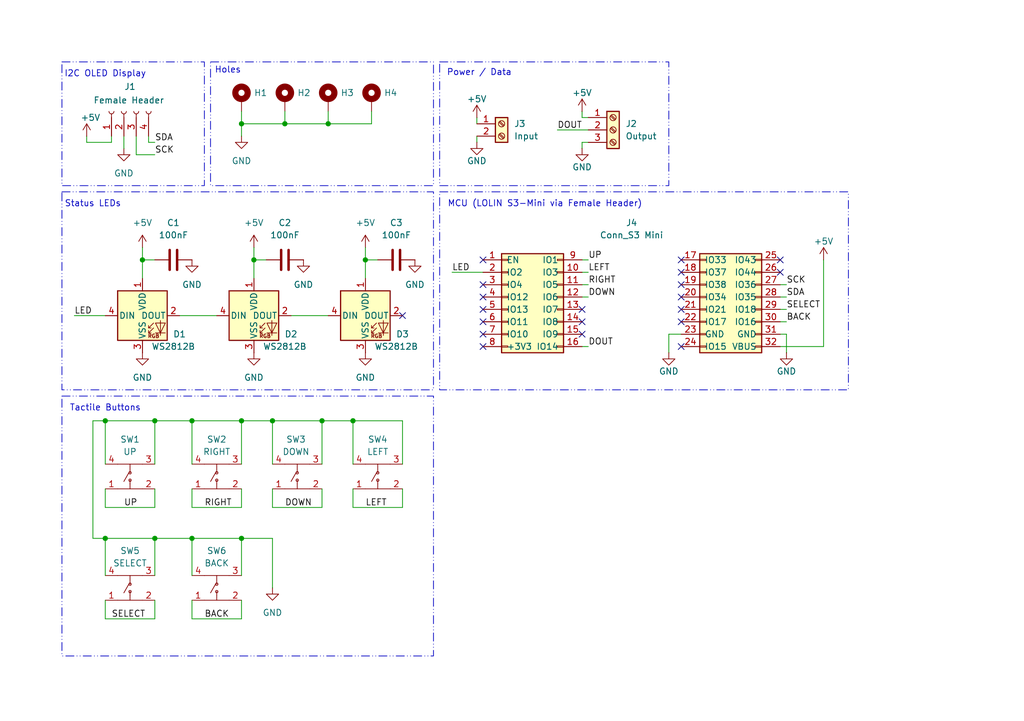
<source format=kicad_sch>
(kicad_sch (version 20250114) (generator "eeschema") (generator_version "9.0")
  (paper "A5")
  (title_block (title "System Control") (date "31.12.2025") (rev "MK2.1") (company "Peter Siegmund") (comment 1 "kicad@mars3142.org") (comment 2 "https://wiki.mars3142.dev/project/maerklin/system_control/start"))
  (lib_symbols
    (symbol "Connector:Conn_01x04_Socket" (pin_names (offset 1.016) (hide yes))
      (property "Reference" "J" (at 0 5.08 0))
      (property "Value" "Conn_01x04_Socket" (at 0 -7.62 0))
      (symbol "Conn_01x04_Socket_1_1"
        (polyline (pts (xy -1.27 2.54) (xy -0.508 2.54)) (stroke (width 0.1524)))
        (polyline (pts (xy -1.27 0) (xy -0.508 0)) (stroke (width 0.1524)))
        (polyline (pts (xy -1.27 -2.54) (xy -0.508 -2.54)) (stroke (width 0.1524)))
        (polyline (pts (xy -1.27 -5.08) (xy -0.508 -5.08)) (stroke (width 0.1524)))
        (arc (start 0 2.032) (mid -0.5058 2.54) (end 0 3.048) (stroke (width 0.1524)))
        (arc (start 0 -0.508) (mid -0.5058 0) (end 0 0.508) (stroke (width 0.1524)))
        (arc (start 0 -3.048) (mid -0.5058 -2.54) (end 0 -2.032) (stroke (width 0.1524)))
        (arc (start 0 -5.588) (mid -0.5058 -5.08) (end 0 -4.572) (stroke (width 0.1524)))
        (pin passive line (at -5.08 2.54 0) (length 3.81) (name "Pin_1") (number "1"))
        (pin passive line (at -5.08 0 0) (length 3.81) (name "Pin_2") (number "2"))
        (pin passive line (at -5.08 -2.54 0) (length 3.81) (name "Pin_3") (number "3"))
        (pin passive line (at -5.08 -5.08 0) (length 3.81) (name "Pin_4") (number "4"))
      )
    )
    (symbol "Connector:Screw_Terminal_01x02" (pin_names (offset 1.016) (hide yes))
      (property "Reference" "J" (at 0 2.54 0))
      (property "Value" "Screw_Terminal_01x02" (at 0 -5.08 0))
      (symbol "Screw_Terminal_01x02_1_1"
        (rectangle (start -1.27 1.27) (end 1.27 -3.81) (stroke (width 0.254)) (fill (type background)))
        (polyline (pts (xy -0.5334 0.3302) (xy 0.3302 -0.508)) (stroke (width 0.1524)))
        (polyline (pts (xy -0.5334 -2.2098) (xy 0.3302 -3.048)) (stroke (width 0.1524)))
        (polyline (pts (xy -0.3556 0.508) (xy 0.508 -0.3302)) (stroke (width 0.1524)))
        (polyline (pts (xy -0.3556 -2.032) (xy 0.508 -2.8702)) (stroke (width 0.1524)))
        (circle (center 0 0) (radius 0.635) (stroke (width 0.1524)))
        (circle (center 0 -2.54) (radius 0.635) (stroke (width 0.1524)))
        (pin passive line (at -5.08 0 0) (length 3.81) (name "Pin_1") (number "1"))
        (pin passive line (at -5.08 -2.54 0) (length 3.81) (name "Pin_2") (number "2"))
      )
    )
    (symbol "Connector:Screw_Terminal_01x03" (pin_names (offset 1.016) (hide yes))
      (property "Reference" "J" (at 0 5.08 0))
      (property "Value" "Screw_Terminal_01x03" (at 0 -5.08 0))
      (symbol "Screw_Terminal_01x03_1_1"
        (rectangle (start -1.27 3.81) (end 1.27 -3.81) (stroke (width 0.254)) (fill (type background)))
        (polyline (pts (xy -0.5334 2.8702) (xy 0.3302 2.032)) (stroke (width 0.1524)))
        (polyline (pts (xy -0.5334 0.3302) (xy 0.3302 -0.508)) (stroke (width 0.1524)))
        (polyline (pts (xy -0.5334 -2.2098) (xy 0.3302 -3.048)) (stroke (width 0.1524)))
        (polyline (pts (xy -0.3556 3.048) (xy 0.508 2.2098)) (stroke (width 0.1524)))
        (polyline (pts (xy -0.3556 0.508) (xy 0.508 -0.3302)) (stroke (width 0.1524)))
        (polyline (pts (xy -0.3556 -2.032) (xy 0.508 -2.8702)) (stroke (width 0.1524)))
        (circle (center 0 2.54) (radius 0.635) (stroke (width 0.1524)))
        (circle (center 0 0) (radius 0.635) (stroke (width 0.1524)))
        (circle (center 0 -2.54) (radius 0.635) (stroke (width 0.1524)))
        (pin passive line (at -5.08 2.54 0) (length 3.81) (name "Pin_1") (number "1"))
        (pin passive line (at -5.08 0 0) (length 3.81) (name "Pin_2") (number "2"))
        (pin passive line (at -5.08 -2.54 0) (length 3.81) (name "Pin_3") (number "3"))
      )
    )
    (symbol "Device:C" (pin_numbers (hide yes)) (pin_names (offset 0.254))
      (property "Reference" "C" (at 0.635 2.54 0))
      (property "Value" "C" (at 0.635 -2.54 0))
      (symbol "C_0_1"
        (polyline (pts (xy -2.032 0.762) (xy 2.032 0.762)) (stroke (width 0.508)))
        (polyline (pts (xy -2.032 -0.762) (xy 2.032 -0.762)) (stroke (width 0.508)))
      )
      (symbol "C_1_1"
        (pin passive line (at 0 3.81 270) (length 2.794) (name "~") (number "1"))
        (pin passive line (at 0 -3.81 90) (length 2.794) (name "~") (number "2"))
      )
    )
    (symbol "K2-6639DP-B4SW-04_1" (pin_names (hide yes))
      (property "Reference" "KEY" (at 0 7.62 0))
      (property "Value" "K2-6639DP-B4SW-04" (at 0 -7.62 0))
      (symbol "K2-6639DP-B4SW-04_1_0_1"
        (polyline (pts (xy -2.54 -2.54) (xy 2.54 -2.54)))
        (polyline (pts (xy -1.27 -1.02) (xy -0.25 0.76)))
        (polyline (pts (xy 0 2.54) (xy 0 0.76)))
        (circle (center 0 0.76) (radius 0.25))
        (circle (center 0 -0.76) (radius 0.25))
        (polyline (pts (xy 0 -1.52) (xy 0 -0.76)))
        (polyline (pts (xy 0 -2.54) (xy 0 -1.52)))
        (polyline (pts (xy 2.54 2.54) (xy -2.54 2.54)))
        (pin unspecified line (at -5.08 2.54 0) (length 2.54) (name "4") (number "4"))
        (pin unspecified line (at -5.08 -2.54 0) (length 2.54) (name "1") (number "1"))
        (pin unspecified line (at 5.08 2.54 180) (length 2.54) (name "3") (number "3"))
        (pin unspecified line (at 5.08 -2.54 180) (length 2.54) (name "2") (number "2"))
      )
    )
    (symbol "K2-6639DP-B4SW-04_2" (pin_names (hide yes))
      (property "Reference" "KEY" (at 0 7.62 0))
      (property "Value" "K2-6639DP-B4SW-04" (at 0 -7.62 0))
      (symbol "K2-6639DP-B4SW-04_2_0_1"
        (polyline (pts (xy -2.54 -2.54) (xy 2.54 -2.54)))
        (polyline (pts (xy -1.27 -1.02) (xy -0.25 0.76)))
        (polyline (pts (xy 0 2.54) (xy 0 0.76)))
        (circle (center 0 0.76) (radius 0.25))
        (circle (center 0 -0.76) (radius 0.25))
        (polyline (pts (xy 0 -1.52) (xy 0 -0.76)))
        (polyline (pts (xy 0 -2.54) (xy 0 -1.52)))
        (polyline (pts (xy 2.54 2.54) (xy -2.54 2.54)))
        (pin unspecified line (at -5.08 2.54 0) (length 2.54) (name "4") (number "4"))
        (pin unspecified line (at -5.08 -2.54 0) (length 2.54) (name "1") (number "1"))
        (pin unspecified line (at 5.08 2.54 180) (length 2.54) (name "3") (number "3"))
        (pin unspecified line (at 5.08 -2.54 180) (length 2.54) (name "2") (number "2"))
      )
    )
    (symbol "K2-6639DP-B4SW-04_3" (pin_names (hide yes))
      (property "Reference" "KEY" (at 0 7.62 0))
      (property "Value" "K2-6639DP-B4SW-04" (at 0 -7.62 0))
      (symbol "K2-6639DP-B4SW-04_3_0_1"
        (polyline (pts (xy -2.54 -2.54) (xy 2.54 -2.54)))
        (polyline (pts (xy -1.27 -1.02) (xy -0.25 0.76)))
        (polyline (pts (xy 0 2.54) (xy 0 0.76)))
        (circle (center 0 0.76) (radius 0.25))
        (circle (center 0 -0.76) (radius 0.25))
        (polyline (pts (xy 0 -1.52) (xy 0 -0.76)))
        (polyline (pts (xy 0 -2.54) (xy 0 -1.52)))
        (polyline (pts (xy 2.54 2.54) (xy -2.54 2.54)))
        (pin unspecified line (at -5.08 2.54 0) (length 2.54) (name "4") (number "4"))
        (pin unspecified line (at -5.08 -2.54 0) (length 2.54) (name "1") (number "1"))
        (pin unspecified line (at 5.08 2.54 180) (length 2.54) (name "3") (number "3"))
        (pin unspecified line (at 5.08 -2.54 180) (length 2.54) (name "2") (number "2"))
      )
    )
    (symbol "K2-6639DP-B4SW-04_4" (pin_names (hide yes))
      (property "Reference" "KEY" (at 0 7.62 0))
      (property "Value" "K2-6639DP-B4SW-04" (at 0 -7.62 0))
      (symbol "K2-6639DP-B4SW-04_4_0_1"
        (polyline (pts (xy -2.54 -2.54) (xy 2.54 -2.54)))
        (polyline (pts (xy -1.27 -1.02) (xy -0.25 0.76)))
        (polyline (pts (xy 0 2.54) (xy 0 0.76)))
        (circle (center 0 0.76) (radius 0.25))
        (circle (center 0 -0.76) (radius 0.25))
        (polyline (pts (xy 0 -1.52) (xy 0 -0.76)))
        (polyline (pts (xy 0 -2.54) (xy 0 -1.52)))
        (polyline (pts (xy 2.54 2.54) (xy -2.54 2.54)))
        (pin unspecified line (at -5.08 2.54 0) (length 2.54) (name "4") (number "4"))
        (pin unspecified line (at -5.08 -2.54 0) (length 2.54) (name "1") (number "1"))
        (pin unspecified line (at 5.08 2.54 180) (length 2.54) (name "3") (number "3"))
        (pin unspecified line (at 5.08 -2.54 180) (length 2.54) (name "2") (number "2"))
      )
    )
    (symbol "K2-6639DP-B4SW-04_5" (pin_names (hide yes))
      (property "Reference" "KEY" (at 0 7.62 0))
      (property "Value" "K2-6639DP-B4SW-04" (at 0 -7.62 0))
      (symbol "K2-6639DP-B4SW-04_5_0_1"
        (polyline (pts (xy -2.54 -2.54) (xy 2.54 -2.54)))
        (polyline (pts (xy -1.27 -1.02) (xy -0.25 0.76)))
        (polyline (pts (xy 0 2.54) (xy 0 0.76)))
        (circle (center 0 0.76) (radius 0.25))
        (circle (center 0 -0.76) (radius 0.25))
        (polyline (pts (xy 0 -1.52) (xy 0 -0.76)))
        (polyline (pts (xy 0 -2.54) (xy 0 -1.52)))
        (polyline (pts (xy 2.54 2.54) (xy -2.54 2.54)))
        (pin unspecified line (at -5.08 2.54 0) (length 2.54) (name "4") (number "4"))
        (pin unspecified line (at -5.08 -2.54 0) (length 2.54) (name "1") (number "1"))
        (pin unspecified line (at 5.08 2.54 180) (length 2.54) (name "3") (number "3"))
        (pin unspecified line (at 5.08 -2.54 180) (length 2.54) (name "2") (number "2"))
      )
    )
    (symbol "LED:WS2812B" (pin_names (offset 0.254))
      (property "Reference" "D" (at 5.08 5.715 0))
      (property "Value" "WS2812B" (at 1.27 -5.715 0))
      (symbol "WS2812B_0_0"
        (text "RGB" (at 2.286 -4.191 0) (effects (font (size 0.762 0.762))))
      )
      (symbol "WS2812B_0_1"
        (polyline (pts (xy 1.27 -2.54) (xy 1.778 -2.54)))
        (polyline (pts (xy 1.27 -3.556) (xy 1.778 -3.556)))
        (polyline (pts (xy 2.286 -1.524) (xy 1.27 -2.54) (xy 1.27 -2.032)))
        (polyline (pts (xy 2.286 -2.54) (xy 1.27 -3.556) (xy 1.27 -3.048)))
        (polyline (pts (xy 3.683 -1.016) (xy 3.683 -3.556) (xy 3.683 -4.064)))
        (polyline (pts (xy 4.699 -1.524) (xy 2.667 -1.524) (xy 3.683 -3.556) (xy 4.699 -1.524)))
        (polyline (pts (xy 4.699 -3.556) (xy 2.667 -3.556)))
        (rectangle (start 5.08 5.08) (end -5.08 -5.08) (stroke (width 0.254)) (fill (type background)))
      )
      (symbol "WS2812B_1_1"
        (pin input line (at -7.62 0 0) (length 2.54) (name "DIN") (number "4"))
        (pin power_in line (at 0 7.62 270) (length 2.54) (name "VDD") (number "1"))
        (pin power_in line (at 0 -7.62 90) (length 2.54) (name "VSS") (number "3"))
        (pin output line (at 7.62 0 180) (length 2.54) (name "DOUT") (number "2"))
      )
    )
    (symbol "MountingHole_Pad_1" (pin_numbers (hide yes)) (pin_names (offset 1.016) (hide yes)) (in_bom no)
      (property "Reference" "H" (at 0 6.35 0))
      (property "Value" "MountingHole_Pad" (at 0 4.445 0))
      (symbol "MountingHole_Pad_1_0_1"
        (circle (center 0 1.27) (radius 1.27) (stroke (width 1.27)))
      )
      (symbol "MountingHole_Pad_1_1_1"
        (pin input line (at 0 -2.54 90) (length 2.54) (name "1") (number "1"))
      )
    )
    (symbol "easyeda2kicad:K2-6639DP-B4SW-04" (pin_names (hide yes))
      (property "Reference" "KEY" (at 0 7.62 0))
      (property "Value" "K2-6639DP-B4SW-04" (at 0 -7.62 0))
      (symbol "K2-6639DP-B4SW-04_0_1"
        (polyline (pts (xy -2.54 -2.54) (xy 2.54 -2.54)))
        (polyline (pts (xy -1.27 -1.02) (xy -0.25 0.76)))
        (polyline (pts (xy 0 2.54) (xy 0 0.76)))
        (circle (center 0 0.76) (radius 0.25))
        (circle (center 0 -0.76) (radius 0.25))
        (polyline (pts (xy 0 -1.52) (xy 0 -0.76)))
        (polyline (pts (xy 0 -2.54) (xy 0 -1.52)))
        (polyline (pts (xy 2.54 2.54) (xy -2.54 2.54)))
        (pin unspecified line (at -5.08 2.54 0) (length 2.54) (name "4") (number "4"))
        (pin unspecified line (at -5.08 -2.54 0) (length 2.54) (name "1") (number "1"))
        (pin unspecified line (at 5.08 2.54 180) (length 2.54) (name "3") (number "3"))
        (pin unspecified line (at 5.08 -2.54 180) (length 2.54) (name "2") (number "2"))
      )
    )
    (symbol "power:+5V" (power) (pin_numbers (hide yes)) (pin_names (offset 0) (hide yes))
      (property "Value" "+5V" (at 0 3.556 0))
      (symbol "+5V_0_1"
        (polyline (pts (xy -0.762 1.27) (xy 0 2.54)))
        (polyline (pts (xy 0 2.54) (xy 0.762 1.27)))
        (polyline (pts (xy 0 0) (xy 0 2.54)))
      )
      (symbol "+5V_1_1"
        (pin power_in line (at 0 0 90) (length 0) (name "~") (number "1"))
      )
    )
    (symbol "power:GND" (power) (pin_numbers (hide yes)) (pin_names (offset 0) (hide yes))
      (property "Value" "GND" (at 0 -3.81 0))
      (symbol "GND_0_1"
        (polyline (pts (xy 0 0) (xy 0 -1.27) (xy 1.27 -1.27) (xy 0 -2.54) (xy -1.27 -1.27) (xy 0 -1.27)))
      )
      (symbol "GND_1_1"
        (pin power_in line (at 0 0 270) (length 0) (name "~") (number "1"))
      )
    )
    (symbol "wemos:Conn_S3 Mini" (pin_names (offset 1.016))
      (property "Reference" "J4" (at 0.635 13.97 0))
      (property "Value" "Conn_S3 Mini" (at 0.635 11.43 0))
      (symbol "Conn_S3 Mini_1_1"
        (rectangle (start -26.67 8.89) (end -13.97 -11.43) (stroke (width 0.254)) (fill (type background)))
        (rectangle (start -26.67 7.747) (end -25.4 7.493) (stroke (width 0.1524)))
        (rectangle (start -26.67 5.207) (end -25.4 4.953) (stroke (width 0.1524)))
        (rectangle (start -26.67 2.667) (end -25.4 2.413) (stroke (width 0.1524)))
        (rectangle (start -26.67 0.127) (end -25.4 -0.127) (stroke (width 0.1524)))
        (rectangle (start -26.67 -2.413) (end -25.4 -2.667) (stroke (width 0.1524)))
        (rectangle (start -26.67 -4.953) (end -25.4 -5.207) (stroke (width 0.1524)))
        (rectangle (start -26.67 -7.493) (end -25.4 -7.747) (stroke (width 0.1524)))
        (rectangle (start -26.67 -10.033) (end -25.4 -10.287) (stroke (width 0.1524)))
        (rectangle (start -15.24 7.747) (end -13.97 7.493) (stroke (width 0.1524)))
        (rectangle (start -13.97 5.207) (end -15.24 4.953) (stroke (width 0.1524)))
        (rectangle (start -13.97 2.667) (end -15.24 2.413) (stroke (width 0.1524)))
        (rectangle (start -13.97 0.127) (end -15.24 -0.127) (stroke (width 0.1524)))
        (rectangle (start -13.97 -2.413) (end -15.24 -2.667) (stroke (width 0.1524)))
        (rectangle (start -13.97 -4.953) (end -15.24 -5.207) (stroke (width 0.1524)))
        (rectangle (start -13.97 -7.493) (end -15.24 -7.747) (stroke (width 0.1524)))
        (rectangle (start -13.97 -10.033) (end -15.24 -10.287) (stroke (width 0.1524)))
        (rectangle (start 13.97 8.89) (end 26.67 -11.43) (stroke (width 0.254)) (fill (type background)))
        (rectangle (start 13.97 7.747) (end 15.24 7.493) (stroke (width 0.1524)))
        (rectangle (start 13.97 5.207) (end 15.24 4.953) (stroke (width 0.1524)))
        (rectangle (start 13.97 2.667) (end 15.24 2.413) (stroke (width 0.1524)))
        (rectangle (start 13.97 0.127) (end 15.24 -0.127) (stroke (width 0.1524)))
        (rectangle (start 13.97 -2.413) (end 15.24 -2.667) (stroke (width 0.1524)))
        (rectangle (start 13.97 -4.953) (end 15.24 -5.207) (stroke (width 0.1524)))
        (rectangle (start 13.97 -7.493) (end 15.24 -7.747) (stroke (width 0.1524)))
        (rectangle (start 13.97 -10.033) (end 15.24 -10.287) (stroke (width 0.1524)))
        (rectangle (start 25.4 7.747) (end 26.67 7.493) (stroke (width 0.1524)))
        (rectangle (start 25.4 5.207) (end 26.67 4.953) (stroke (width 0.1524)))
        (rectangle (start 25.4 2.667) (end 26.67 2.413) (stroke (width 0.1524)))
        (rectangle (start 25.4 0.127) (end 26.67 -0.127) (stroke (width 0.1524)))
        (rectangle (start 25.4 -2.413) (end 26.67 -2.667) (stroke (width 0.1524)))
        (rectangle (start 25.4 -4.953) (end 26.67 -5.207) (stroke (width 0.1524)))
        (rectangle (start 25.4 -7.493) (end 26.67 -7.747) (stroke (width 0.1524)))
        (rectangle (start 25.4 -10.033) (end 26.67 -10.287) (stroke (width 0.1524)))
        (pin bidirectional line (at -30.48 7.62 0) (length 3.81) (name "EN") (number "1"))
        (pin bidirectional line (at -30.48 5.08 0) (length 3.81) (name "IO2") (number "2"))
        (pin bidirectional line (at -30.48 2.54 0) (length 3.81) (name "IO4") (number "3"))
        (pin bidirectional line (at -30.48 0 0) (length 3.81) (name "IO12") (number "4"))
        (pin bidirectional line (at -30.48 -2.54 0) (length 3.81) (name "IO13") (number "5"))
        (pin bidirectional line (at -30.48 -5.08 0) (length 3.81) (name "IO11") (number "6"))
        (pin bidirectional line (at -30.48 -7.62 0) (length 3.81) (name "IO10") (number "7"))
        (pin power_in line (at -30.48 -10.16 0) (length 3.81) (name "+3V3") (number "8"))
        (pin bidirectional line (at -10.16 7.62 180) (length 3.81) (name "IO1") (number "9"))
        (pin bidirectional line (at -10.16 5.08 180) (length 3.81) (name "IO3") (number "10"))
        (pin bidirectional line (at -10.16 2.54 180) (length 3.81) (name "IO5") (number "11"))
        (pin bidirectional line (at -10.16 0 180) (length 3.81) (name "IO6") (number "12"))
        (pin bidirectional line (at -10.16 -2.54 180) (length 3.81) (name "IO7") (number "13"))
        (pin bidirectional line (at -10.16 -5.08 180) (length 3.81) (name "IO8") (number "14"))
        (pin bidirectional line (at -10.16 -7.62 180) (length 3.81) (name "IO9") (number "15"))
        (pin bidirectional line (at -10.16 -10.16 180) (length 3.81) (name "IO14") (number "16"))
        (pin bidirectional line (at 10.16 7.62 0) (length 3.81) (name "IO33") (number "17"))
        (pin bidirectional line (at 10.16 5.08 0) (length 3.81) (name "IO37") (number "18"))
        (pin bidirectional line (at 10.16 2.54 0) (length 3.81) (name "IO38") (number "19"))
        (pin bidirectional line (at 10.16 0 0) (length 3.81) (name "IO34") (number "20"))
        (pin bidirectional line (at 10.16 -2.54 0) (length 3.81) (name "IO21") (number "21"))
        (pin bidirectional line (at 10.16 -5.08 0) (length 3.81) (name "IO17") (number "22"))
        (pin power_in line (at 10.16 -7.62 0) (length 3.81) (name "GND") (number "23"))
        (pin bidirectional line (at 10.16 -10.16 0) (length 3.81) (name "IO15") (number "24"))
        (pin bidirectional line (at 30.48 7.62 180) (length 3.81) (name "IO43") (number "25"))
        (pin bidirectional line (at 30.48 5.08 180) (length 3.81) (name "IO44") (number "26"))
        (pin bidirectional line (at 30.48 2.54 180) (length 3.81) (name "IO36") (number "27"))
        (pin bidirectional line (at 30.48 0 180) (length 3.81) (name "IO35") (number "28"))
        (pin bidirectional line (at 30.48 -2.54 180) (length 3.81) (name "IO18") (number "29"))
        (pin bidirectional line (at 30.48 -5.08 180) (length 3.81) (name "IO16") (number "30"))
        (pin power_in line (at 30.48 -7.62 180) (length 3.81) (name "GND") (number "31"))
        (pin power_in line (at 30.48 -10.16 180) (length 3.81) (name "VBUS") (number "32"))
      )
    )
  )
  (rectangle (start 12.7 81.28) (end 88.9 134.62) (stroke (width 0) (type dash_dot_dot)))
  (rectangle (start 12.7 39.37) (end 88.9 80.01) (stroke (width 0) (type dash_dot_dot)))
  (rectangle (start 90.17 12.7) (end 137.16 38.1) (stroke (width 0) (type dash_dot_dot)))
  (rectangle (start 90.17 39.37) (end 173.99 80.01) (stroke (width 0) (type dash_dot_dot)))
  (rectangle (start 12.7 12.7) (end 41.91 38.1) (stroke (width 0) (type dash_dot_dot)))
  (rectangle (start 43.18 12.7) (end 88.9 38.1) (stroke (width 0) (type dash_dot_dot)))
  (text "MCU (LOLIN S3-Mini via Female Header)" (at 111.76 41.91 0) (effects (font (size 1.27 1.27))))
  (text "Holes" (at 46.736 14.478 0) (effects (font (size 1.27 1.27))))
  (text "Power / Data" (at 98.298 14.986 0) (effects (font (size 1.27 1.27))))
  (text "Status LEDs" (at 19.05 41.91 0) (effects (font (size 1.27 1.27))))
  (text "Tactile Buttons" (at 21.59 83.82 0) (effects (font (size 1.27 1.27))))
  (text "I2C OLED Display" (at 21.59 15.24 0) (effects (font (size 1.27 1.27))))
  (junction (at 29.21 53.34))
  (junction (at 49.53 25.4))
  (junction (at 49.53 110.49))
  (junction (at 31.75 110.49))
  (junction (at 39.37 110.49))
  (junction (at 39.37 86.36))
  (junction (at 72.39 86.36))
  (junction (at 66.04 86.36))
  (junction (at 67.31 25.4))
  (junction (at 55.88 86.36))
  (junction (at 49.53 86.36))
  (junction (at 21.59 86.36))
  (junction (at 74.93 53.34))
  (junction (at 31.75 86.36))
  (junction (at 21.59 110.49))
  (junction (at 52.07 53.34))
  (junction (at 58.42 25.4))
  (no_connect (at 99.06 66.04))
  (no_connect (at 139.7 71.12))
  (no_connect (at 99.06 71.12))
  (no_connect (at 139.7 66.04))
  (no_connect (at 160.02 53.34))
  (no_connect (at 99.06 68.58))
  (no_connect (at 139.7 60.96))
  (no_connect (at 139.7 58.42))
  (no_connect (at 99.06 58.42))
  (no_connect (at 99.06 63.5))
  (no_connect (at 160.02 55.88))
  (no_connect (at 99.06 53.34))
  (no_connect (at 119.38 68.58))
  (no_connect (at 82.55 64.77))
  (no_connect (at 139.7 53.34))
  (no_connect (at 139.7 55.88))
  (no_connect (at 119.38 66.04))
  (no_connect (at 99.06 60.96))
  (no_connect (at 139.7 63.5))
  (no_connect (at 119.38 63.5))
  (wire (pts (xy 120.65 55.88) (xy 119.38 55.88)))
  (wire (pts (xy 21.59 110.49) (xy 21.59 118.11)))
  (wire (pts (xy 74.93 53.34) (xy 77.47 53.34)))
  (wire (pts (xy 21.59 110.49) (xy 19.05 110.49)))
  (wire (pts (xy 58.42 25.4) (xy 67.31 25.4)))
  (wire (pts (xy 55.88 104.14) (xy 66.04 104.14)))
  (wire (pts (xy 17.78 29.21) (xy 22.86 29.21)))
  (wire (pts (xy 39.37 104.14) (xy 49.53 104.14)))
  (wire (pts (xy 29.21 53.34) (xy 31.75 53.34)))
  (wire (pts (xy 17.78 29.21) (xy 17.78 27.94)))
  (wire (pts (xy 137.16 68.58) (xy 139.7 68.58)))
  (wire (pts (xy 119.38 29.21) (xy 120.65 29.21)))
  (wire (pts (xy 161.29 58.42) (xy 160.02 58.42)))
  (wire (pts (xy 168.91 71.12) (xy 160.02 71.12)))
  (wire (pts (xy 21.59 86.36) (xy 31.75 86.36)))
  (wire (pts (xy 66.04 86.36) (xy 66.04 95.25)))
  (wire (pts (xy 97.79 29.21) (xy 97.79 27.94)))
  (wire (pts (xy 39.37 127) (xy 49.53 127)))
  (wire (pts (xy 29.21 53.34) (xy 29.21 57.15)))
  (wire (pts (xy 31.75 123.19) (xy 31.75 127)))
  (wire (pts (xy 39.37 123.19) (xy 39.37 127)))
  (wire (pts (xy 36.83 64.77) (xy 44.45 64.77)))
  (wire (pts (xy 39.37 110.49) (xy 31.75 110.49)))
  (wire (pts (xy 161.29 60.96) (xy 160.02 60.96)))
  (wire (pts (xy 39.37 110.49) (xy 39.37 118.11)))
  (wire (pts (xy 30.48 27.94) (xy 30.48 29.21)))
  (wire (pts (xy 49.53 100.33) (xy 49.53 104.14)))
  (wire (pts (xy 21.59 127) (xy 31.75 127)))
  (wire (pts (xy 19.05 86.36) (xy 21.59 86.36)))
  (wire (pts (xy 21.59 123.19) (xy 21.59 127)))
  (wire (pts (xy 82.55 95.25) (xy 82.55 86.36)))
  (wire (pts (xy 82.55 100.33) (xy 82.55 104.14)))
  (wire (pts (xy 92.71 55.88) (xy 99.06 55.88)))
  (wire (pts (xy 72.39 86.36) (xy 82.55 86.36)))
  (wire (pts (xy 66.04 100.33) (xy 66.04 104.14)))
  (wire (pts (xy 31.75 100.33) (xy 31.75 104.14)))
  (wire (pts (xy 58.42 22.86) (xy 58.42 25.4)))
  (wire (pts (xy 49.53 110.49) (xy 39.37 110.49)))
  (wire (pts (xy 55.88 120.65) (xy 55.88 110.49)))
  (wire (pts (xy 29.21 50.8) (xy 29.21 53.34)))
  (wire (pts (xy 21.59 100.33) (xy 21.59 104.14)))
  (wire (pts (xy 52.07 50.8) (xy 52.07 53.34)))
  (wire (pts (xy 39.37 86.36) (xy 39.37 95.25)))
  (wire (pts (xy 119.38 24.13) (xy 119.38 22.86)))
  (wire (pts (xy 67.31 22.86) (xy 67.31 25.4)))
  (wire (pts (xy 19.05 86.36) (xy 19.05 110.49)))
  (wire (pts (xy 30.48 29.21) (xy 31.75 29.21)))
  (wire (pts (xy 49.53 25.4) (xy 58.42 25.4)))
  (wire (pts (xy 66.04 86.36) (xy 72.39 86.36)))
  (wire (pts (xy 119.38 24.13) (xy 120.65 24.13)))
  (wire (pts (xy 72.39 86.36) (xy 72.39 95.25)))
  (wire (pts (xy 55.88 86.36) (xy 66.04 86.36)))
  (wire (pts (xy 119.38 30.48) (xy 119.38 29.21)))
  (wire (pts (xy 120.65 60.96) (xy 119.38 60.96)))
  (wire (pts (xy 59.69 64.77) (xy 67.31 64.77)))
  (wire (pts (xy 120.65 53.34) (xy 119.38 53.34)))
  (wire (pts (xy 27.94 31.75) (xy 31.75 31.75)))
  (wire (pts (xy 15.24 64.77) (xy 21.59 64.77)))
  (wire (pts (xy 161.29 63.5) (xy 160.02 63.5)))
  (wire (pts (xy 114.3 26.67) (xy 120.65 26.67)))
  (wire (pts (xy 160.02 68.58) (xy 161.29 68.58)))
  (wire (pts (xy 49.53 86.36) (xy 49.53 95.25)))
  (wire (pts (xy 49.53 110.49) (xy 55.88 110.49)))
  (wire (pts (xy 137.16 72.39) (xy 137.16 68.58)))
  (wire (pts (xy 161.29 68.58) (xy 161.29 72.39)))
  (wire (pts (xy 39.37 86.36) (xy 49.53 86.36)))
  (wire (pts (xy 49.53 123.19) (xy 49.53 127)))
  (wire (pts (xy 39.37 100.33) (xy 39.37 104.14)))
  (wire (pts (xy 52.07 53.34) (xy 54.61 53.34)))
  (wire (pts (xy 76.2 22.86) (xy 76.2 25.4)))
  (wire (pts (xy 22.86 29.21) (xy 22.86 27.94)))
  (wire (pts (xy 72.39 104.14) (xy 82.55 104.14)))
  (wire (pts (xy 31.75 86.36) (xy 39.37 86.36)))
  (wire (pts (xy 74.93 53.34) (xy 74.93 57.15)))
  (wire (pts (xy 120.65 71.12) (xy 119.38 71.12)))
  (wire (pts (xy 120.65 58.42) (xy 119.38 58.42)))
  (wire (pts (xy 55.88 86.36) (xy 55.88 95.25)))
  (wire (pts (xy 49.53 22.86) (xy 49.53 25.4)))
  (wire (pts (xy 168.91 53.34) (xy 168.91 71.12)))
  (wire (pts (xy 161.29 66.04) (xy 160.02 66.04)))
  (wire (pts (xy 72.39 100.33) (xy 72.39 104.14)))
  (wire (pts (xy 52.07 53.34) (xy 52.07 57.15)))
  (wire (pts (xy 31.75 110.49) (xy 31.75 118.11)))
  (wire (pts (xy 21.59 86.36) (xy 21.59 95.25)))
  (wire (pts (xy 49.53 25.4) (xy 49.53 27.94)))
  (wire (pts (xy 27.94 27.94) (xy 27.94 31.75)))
  (wire (pts (xy 21.59 104.14) (xy 31.75 104.14)))
  (wire (pts (xy 49.53 86.36) (xy 55.88 86.36)))
  (wire (pts (xy 31.75 95.25) (xy 31.75 86.36)))
  (wire (pts (xy 67.31 25.4) (xy 76.2 25.4)))
  (wire (pts (xy 55.88 100.33) (xy 55.88 104.14)))
  (wire (pts (xy 49.53 118.11) (xy 49.53 110.49)))
  (wire (pts (xy 74.93 50.8) (xy 74.93 53.34)))
  (wire (pts (xy 31.75 110.49) (xy 21.59 110.49)))
  (wire (pts (xy 97.79 24.13) (xy 97.79 25.4)))
  (wire (pts (xy 25.4 27.94) (xy 25.4 30.48)))
  (label "LEFT" (at 120.65 55.88 0))
  (label "DOUT" (at 120.65 71.12 0))
  (label "LEFT" (at 74.93 104.14 0))
  (label "DOWN" (at 58.42 104.14 0))
  (label "SELECT" (at 22.86 127 0))
  (label "SCK" (at 161.29 58.42 0))
  (label "LED" (at 15.24 64.77 0))
  (label "BACK" (at 41.91 127 0))
  (label "RIGHT" (at 41.91 104.14 0))
  (label "UP" (at 120.65 53.34 0))
  (label "BACK" (at 161.29 66.04 0))
  (label "SCK" (at 31.75 31.75 0))
  (label "LED" (at 92.71 55.88 0))
  (label "SELECT" (at 161.29 63.5 0))
  (label "DOUT" (at 114.3 26.67 0))
  (label "UP" (at 25.4 104.14 0))
  (label "SDA" (at 31.75 29.21 0))
  (label "SDA" (at 161.29 60.96 0))
  (label "RIGHT" (at 120.65 58.42 0))
  (label "DOWN" (at 120.65 60.96 0))
  (symbol (lib_id "power:GND") (at 55.88 120.65 0) (unit 1)
    (property "Reference" "#PWR013" (effects (hide yes)))
    (property "Value" "GND" (at 55.88 125.73 0))
    (property "Description" "Power symbol creates a global label with name \"GND\" , ground" (effects (hide yes)))
  )
  (symbol (lib_id "Device:C") (at 58.42 53.34 90) (unit 1)
    (property "Reference" "C2" (at 58.42 45.72 90))
    (property "Value" "100nF" (at 58.42 48.26 90))
    (property "Footprint" "Capacitor_SMD:C_0805_2012Metric_Pad1.18x1.45mm_HandSolder" (effects (hide yes)))
    (property "Description" "Unpolarized capacitor" (effects (hide yes)))
    (property "LCSC" "C1711" (effects (hide yes)))
  )
  (symbol (lib_id "LED:WS2812B") (at 29.21 64.77 0) (unit 1)
    (property "Reference" "D1" (at 36.83 68.58 0))
    (property "Value" "WS2812B" (at 35.56 71.12 0))
    (property "Footprint" "LED_SMD:LED_WS2812B_PLCC4_5.0x5.0mm_P3.2mm" (effects (hide yes)))
    (property "Datasheet" "https://cdn-shop.adafruit.com/datasheets/WS2812B.pdf" (effects (hide yes)))
    (property "Description" "RGB LED with integrated controller" (effects (hide yes)))
    (property "LCSC" "C22371521" (effects (hide yes)))
  )
  (symbol (lib_name "MountingHole_Pad_1") (lib_id "Mechanical:MountingHole_Pad") (at 76.2 20.32 0) (unit 1) (in_bom no)
    (property "Reference" "H4" (at 78.74 19.05 0) (effects (justify left)))
    (property "Value" "MH4" (effects (hide yes)))
    (property "Footprint" "MountingHole:MountingHole_2.2mm_M2_Pad_Via" (effects (hide yes)))
    (property "Description" "Mounting Hole with connection" (effects (hide yes)))
  )
  (symbol (lib_name "K2-6639DP-B4SW-04_5") (lib_id "easyeda2kicad:K2-6639DP-B4SW-04") (at 26.67 120.65 0) (unit 1)
    (property "Reference" "SW5" (at 26.67 113.03 0))
    (property "Value" "SELECT" (at 26.67 115.57 0))
    (property "Footprint" "easyeda2kicad:KEY-TH_4P-L6.0-W6.0-P3.90-LS7.8" (effects (hide yes)))
    (property "Datasheet" "https://lcsc.com/product-detail/Tactile-Switches_6x6x4-5mm_C83205.html" (effects (hide yes)))
    (property "Description" "Push button switch, generic, separate symbols, four pins" (effects (hide yes)))
    (property "LCSC Part" "C83205" (effects (hide yes)))
    (property "LCSC" "C83205" (effects (hide yes)))
  )
  (symbol (lib_id "power:GND") (at 62.23 53.34 0) (unit 1)
    (property "Reference" "#PWR017" (effects (hide yes)))
    (property "Value" "GND" (at 62.23 58.42 0))
    (property "Description" "Power symbol creates a global label with name \"GND\" , ground" (effects (hide yes)))
  )
  (symbol (lib_id "power:+5V") (at 17.78 27.94 0) (unit 1)
    (property "Reference" "#PWR02" (effects (hide yes)))
    (property "Value" "+5V" (at 16.51 24.13 0) (effects (justify left)))
    (property "Description" "Power symbol creates a global label with name \"+5V\"" (effects (hide yes)))
  )
  (symbol (lib_name "K2-6639DP-B4SW-04_3") (lib_id "easyeda2kicad:K2-6639DP-B4SW-04") (at 60.96 97.79 0) (unit 1)
    (property "Reference" "SW3" (at 60.706 90.17 0))
    (property "Value" "DOWN" (at 60.706 92.71 0))
    (property "Footprint" "easyeda2kicad:KEY-TH_4P-L6.0-W6.0-P3.90-LS7.8" (effects (hide yes)))
    (property "Datasheet" "https://lcsc.com/product-detail/Tactile-Switches_6x6x4-5mm_C83205.html" (effects (hide yes)))
    (property "Description" "Push button switch, generic, separate symbols, four pins" (effects (hide yes)))
    (property "LCSC Part" "C83205" (effects (hide yes)))
    (property "LCSC" "C83205" (effects (hide yes)))
  )
  (symbol (lib_id "power:GND") (at 52.07 72.39 0) (unit 1)
    (property "Reference" "#PWR014" (effects (hide yes)))
    (property "Value" "GND" (at 52.07 77.47 0))
    (property "Description" "Power symbol creates a global label with name \"GND\" , ground" (effects (hide yes)))
  )
  (symbol (lib_name "K2-6639DP-B4SW-04_1") (lib_id "easyeda2kicad:K2-6639DP-B4SW-04") (at 26.67 97.79 0) (unit 1)
    (property "Reference" "SW1" (at 26.67 90.17 0))
    (property "Value" "UP" (at 26.67 92.71 0))
    (property "Footprint" "easyeda2kicad:KEY-TH_4P-L6.0-W6.0-P3.90-LS7.8" (effects (hide yes)))
    (property "Datasheet" "https://lcsc.com/product-detail/Tactile-Switches_6x6x4-5mm_C83205.html" (effects (hide yes)))
    (property "Description" "Push button switch, generic, separate symbols, four pins" (effects (hide yes)))
    (property "LCSC Part" "C83205" (effects (hide yes)))
    (property "LCSC" "C83205" (effects (hide yes)))
  )
  (symbol (lib_id "Connector:Screw_Terminal_01x03") (at 125.73 26.67 0) (unit 1)
    (property "Reference" "J2" (at 128.27 25.4 0) (effects (justify left)))
    (property "Value" "Output" (at 128.27 27.94 0) (effects (justify left)))
    (property "Footprint" "TerminalBlock_Phoenix:TerminalBlock_Phoenix_MKDS-1,5-3_1x03_P5.00mm_Horizontal" (effects (hide yes)))
    (property "Description" "Generic screw terminal, single row, 01x03, script generated (kicad-library-utils/schlib/autogen/connector/)" (effects (hide yes)))
    (property "LCSC Part" "C5188435" (effects (hide yes)))
    (property "LCSC" "C5188435" (effects (hide yes)))
  )
  (symbol (lib_id "power:GND") (at 29.21 72.39 0) (unit 1)
    (property "Reference" "#PWR010" (effects (hide yes)))
    (property "Value" "GND" (at 29.21 77.47 0))
    (property "Description" "Power symbol creates a global label with name \"GND\" , ground" (effects (hide yes)))
  )
  (symbol (lib_id "power:+5V") (at 74.93 50.8 0) (unit 1)
    (property "Reference" "#PWR020" (effects (hide yes)))
    (property "Value" "+5V" (at 74.93 45.72 0))
    (property "Description" "Power symbol creates a global label with name \"+5V\"" (effects (hide yes)))
  )
  (symbol (lib_id "power:GND") (at 119.38 30.48 0) (unit 1)
    (property "Reference" "#PWR07" (effects (hide yes)))
    (property "Value" "GND" (at 119.38 34.29 0))
    (property "Description" "Power symbol creates a global label with name \"GND\" , ground" (effects (hide yes)))
  )
  (symbol (lib_id "power:+5V") (at 97.79 24.13 0) (unit 1)
    (property "Reference" "#PWR05" (effects (hide yes)))
    (property "Value" "+5V" (at 97.79 20.32 0))
    (property "Description" "Power symbol creates a global label with name \"+5V\"" (effects (hide yes)))
  )
  (symbol (lib_id "power:GND") (at 49.53 27.94 0) (unit 1)
    (property "Reference" "#PWR03" (effects (hide yes)))
    (property "Value" "GND" (at 49.53 33.02 0))
    (property "Description" "Power symbol creates a global label with name \"GND\" , ground" (effects (hide yes)))
  )
  (symbol (lib_name "MountingHole_Pad_1") (lib_id "Mechanical:MountingHole_Pad") (at 49.53 20.32 0) (unit 1) (in_bom no)
    (property "Reference" "H1" (at 52.07 19.0499 0) (effects (justify left)))
    (property "Value" "MH1" (effects (hide yes)))
    (property "Footprint" "MountingHole:MountingHole_2.2mm_M2_Pad_Via" (effects (hide yes)))
    (property "Description" "Mounting Hole with connection" (effects (hide yes)))
  )
  (symbol (lib_id "Device:C") (at 81.28 53.34 90) (unit 1)
    (property "Reference" "C3" (at 81.28 45.72 90))
    (property "Value" "100nF" (at 81.28 48.26 90))
    (property "Footprint" "Capacitor_SMD:C_0805_2012Metric_Pad1.18x1.45mm_HandSolder" (effects (hide yes)))
    (property "Description" "Unpolarized capacitor" (effects (hide yes)))
    (property "LCSC" "C1711" (effects (hide yes)))
  )
  (symbol (lib_id "power:GND") (at 85.09 53.34 0) (unit 1)
    (property "Reference" "#PWR018" (effects (hide yes)))
    (property "Value" "GND" (at 85.09 58.42 0))
    (property "Description" "Power symbol creates a global label with name \"GND\" , ground" (effects (hide yes)))
  )
  (symbol (lib_id "wemos:Conn_S3 Mini") (at 129.54 60.96 0) (unit 1)
    (property "Reference" "J4" (at 129.54 45.72 0))
    (property "Value" "Conn_S3 Mini" (at 129.54 48.26 0))
    (property "Footprint" "wemos:PinSocket_S3 Mini" (effects (hide yes)))
    (property "Description" "Connector for S3 Mini" (effects (hide yes)))
    (property "LCSC Part" "C18722935" (effects (hide yes)))
    (property "LCSC" "C18722935" (effects (hide yes)))
  )
  (symbol (lib_id "power:GND") (at 161.29 72.39 0) (unit 1)
    (property "Reference" "#PWR012" (effects (hide yes)))
    (property "Value" "GND" (at 161.29 76.2 0))
    (property "Description" "Power symbol creates a global label with name \"GND\" , ground" (effects (hide yes)))
  )
  (symbol (lib_id "power:GND") (at 25.4 30.48 0) (unit 1)
    (property "Reference" "#PWR04" (effects (hide yes)))
    (property "Value" "GND" (at 25.4 35.56 0))
    (property "Description" "Power symbol creates a global label with name \"GND\" , ground" (effects (hide yes)))
  )
  (symbol (lib_name "K2-6639DP-B4SW-04_2") (lib_id "easyeda2kicad:K2-6639DP-B4SW-04") (at 44.45 97.79 0) (unit 1)
    (property "Reference" "SW2" (at 44.45 90.17 0))
    (property "Value" "RIGHT" (at 44.45 92.71 0))
    (property "Footprint" "easyeda2kicad:KEY-TH_4P-L6.0-W6.0-P3.90-LS7.8" (effects (hide yes)))
    (property "Datasheet" "https://lcsc.com/product-detail/Tactile-Switches_6x6x4-5mm_C83205.html" (effects (hide yes)))
    (property "Description" "Push button switch, generic, separate symbols, four pins" (effects (hide yes)))
    (property "LCSC Part" "C83205" (effects (hide yes)))
    (property "LCSC" "C83205" (effects (hide yes)))
  )
  (symbol (lib_name "MountingHole_Pad_1") (lib_id "Mechanical:MountingHole_Pad") (at 58.42 20.32 0) (unit 1) (in_bom no)
    (property "Reference" "H2" (at 60.96 19.05 0) (effects (justify left)))
    (property "Value" "MH2" (effects (hide yes)))
    (property "Footprint" "MountingHole:MountingHole_2.2mm_M2_Pad_Via" (effects (hide yes)))
    (property "Description" "Mounting Hole with connection" (effects (hide yes)))
  )
  (symbol (lib_id "LED:WS2812B") (at 74.93 64.77 0) (unit 1)
    (property "Reference" "D3" (at 82.55 68.58 0))
    (property "Value" "WS2812B" (at 81.28 71.12 0))
    (property "Footprint" "LED_SMD:LED_WS2812B_PLCC4_5.0x5.0mm_P3.2mm" (effects (hide yes)))
    (property "Datasheet" "https://cdn-shop.adafruit.com/datasheets/WS2812B.pdf" (effects (hide yes)))
    (property "Description" "RGB LED with integrated controller" (effects (hide yes)))
    (property "LCSC" "C22371521" (effects (hide yes)))
  )
  (symbol (lib_id "power:+5V") (at 168.91 53.34 0) (unit 1)
    (property "Reference" "#PWR011" (effects (hide yes)))
    (property "Value" "+5V" (at 168.91 49.53 0))
    (property "Description" "Power symbol creates a global label with name \"+5V\"" (effects (hide yes)))
  )
  (symbol (lib_id "power:+5V") (at 52.07 50.8 0) (unit 1)
    (property "Reference" "#PWR019" (effects (hide yes)))
    (property "Value" "+5V" (at 52.07 45.72 0))
    (property "Description" "Power symbol creates a global label with name \"+5V\"" (effects (hide yes)))
  )
  (symbol (lib_id "power:+5V") (at 29.21 50.8 0) (unit 1)
    (property "Reference" "#PWR08" (effects (hide yes)))
    (property "Value" "+5V" (at 29.21 45.72 0))
    (property "Description" "Power symbol creates a global label with name \"+5V\"" (effects (hide yes)))
  )
  (symbol (lib_id "power:GND") (at 97.79 29.21 0) (unit 1)
    (property "Reference" "#PWR01" (effects (hide yes)))
    (property "Value" "GND" (at 97.79 33.02 0))
    (property "Description" "Power symbol creates a global label with name \"GND\" , ground" (effects (hide yes)))
  )
  (symbol (lib_id "power:GND") (at 74.93 72.39 0) (unit 1)
    (property "Reference" "#PWR015" (effects (hide yes)))
    (property "Value" "GND" (at 74.93 77.47 0))
    (property "Description" "Power symbol creates a global label with name \"GND\" , ground" (effects (hide yes)))
  )
  (symbol (lib_id "Connector:Screw_Terminal_01x02") (at 102.87 25.4 0) (unit 1)
    (property "Reference" "J3" (at 105.41 25.3999 0) (effects (justify left)))
    (property "Value" "Input" (at 105.41 27.9399 0) (effects (justify left)))
    (property "Footprint" "TerminalBlock_Phoenix:TerminalBlock_Phoenix_MKDS-1,5-2_1x02_P5.00mm_Horizontal" (effects (hide yes)))
    (property "Description" "Generic screw terminal, single row, 01x02, script generated (kicad-library-utils/schlib/autogen/connector/)" (effects (hide yes)))
    (property "LCSC Part" "C5188434" (effects (hide yes)))
    (property "LCSC" "C5188434" (effects (hide yes)))
  )
  (symbol (lib_id "Device:C") (at 35.56 53.34 90) (unit 1)
    (property "Reference" "C1" (at 35.56 45.72 90))
    (property "Value" "100nF" (at 35.56 48.26 90))
    (property "Footprint" "Capacitor_SMD:C_0805_2012Metric_Pad1.18x1.45mm_HandSolder" (effects (hide yes)))
    (property "Description" "Unpolarized capacitor" (effects (hide yes)))
    (property "LCSC" "C1711" (effects (hide yes)))
  )
  (symbol (lib_id "power:+5V") (at 119.38 22.86 0) (unit 1)
    (property "Reference" "#PWR06" (effects (hide yes)))
    (property "Value" "+5V" (at 119.38 19.05 0))
    (property "Description" "Power symbol creates a global label with name \"+5V\"" (effects (hide yes)))
  )
  (symbol (lib_id "power:GND") (at 137.16 72.39 0) (unit 1)
    (property "Reference" "#PWR09" (effects (hide yes)))
    (property "Value" "GND" (at 137.16 76.2 0))
    (property "Description" "Power symbol creates a global label with name \"GND\" , ground" (effects (hide yes)))
  )
  (symbol (lib_id "power:GND") (at 39.37 53.34 0) (unit 1)
    (property "Reference" "#PWR016" (effects (hide yes)))
    (property "Value" "GND" (at 39.37 58.42 0))
    (property "Description" "Power symbol creates a global label with name \"GND\" , ground" (effects (hide yes)))
  )
  (symbol (lib_name "MountingHole_Pad_1") (lib_id "Mechanical:MountingHole_Pad") (at 67.31 20.32 0) (unit 1) (in_bom no)
    (property "Reference" "H3" (at 69.85 19.05 0) (effects (justify left)))
    (property "Value" "MH3" (effects (hide yes)))
    (property "Footprint" "MountingHole:MountingHole_2.2mm_M2_Pad_Via" (effects (hide yes)))
    (property "Description" "Mounting Hole with connection" (effects (hide yes)))
  )
  (symbol (lib_id "Connector:Conn_01x04_Socket") (at 25.4 22.86 90) (unit 1)
    (property "Reference" "J1" (at 26.67 17.78 90))
    (property "Value" "Female Header" (at 26.416 20.574 90))
    (property "Footprint" "Connector_PinSocket_2.54mm:PinSocket_1x04_P2.54mm_Horizontal" (effects (hide yes)))
    (property "Description" "Generic connector, single row, 01x04, script generated" (effects (hide yes)))
    (property "LCSC" "C5116530" (effects (hide yes)))
  )
  (symbol (lib_id "easyeda2kicad:K2-6639DP-B4SW-04") (at 44.45 120.65 0) (unit 1)
    (property "Reference" "SW6" (at 44.45 113.03 0))
    (property "Value" "BACK" (at 44.45 115.57 0))
    (property "Footprint" "easyeda2kicad:KEY-TH_4P-L6.0-W6.0-P3.90-LS7.8" (effects (hide yes)))
    (property "Datasheet" "https://lcsc.com/product-detail/Tactile-Switches_6x6x4-5mm_C83205.html" (effects (hide yes)))
    (property "Description" "Push button switch, generic, separate symbols, four pins" (effects (hide yes)))
    (property "LCSC Part" "C83205" (effects (hide yes)))
    (property "LCSC" "C83205" (effects (hide yes)))
  )
  (symbol (lib_id "LED:WS2812B") (at 52.07 64.77 0) (unit 1)
    (property "Reference" "D2" (at 59.69 68.58 0))
    (property "Value" "WS2812B" (at 58.42 71.12 0))
    (property "Footprint" "LED_SMD:LED_WS2812B_PLCC4_5.0x5.0mm_P3.2mm" (effects (hide yes)))
    (property "Datasheet" "https://cdn-shop.adafruit.com/datasheets/WS2812B.pdf" (effects (hide yes)))
    (property "Description" "RGB LED with integrated controller" (effects (hide yes)))
    (property "LCSC" "C22371521" (effects (hide yes)))
  )
  (symbol (lib_name "K2-6639DP-B4SW-04_4") (lib_id "easyeda2kicad:K2-6639DP-B4SW-04") (at 77.47 97.79 0) (unit 1)
    (property "Reference" "SW4" (at 77.47 90.17 0))
    (property "Value" "LEFT" (at 77.47 92.71 0))
    (property "Footprint" "easyeda2kicad:KEY-TH_4P-L6.0-W6.0-P3.90-LS7.8" (effects (hide yes)))
    (property "Datasheet" "https://lcsc.com/product-detail/Tactile-Switches_6x6x4-5mm_C83205.html" (effects (hide yes)))
    (property "Description" "Push button switch, generic, separate symbols, four pins" (effects (hide yes)))
    (property "LCSC" "C83205" (effects (hide yes)))
    (property "LCSC Part" "C83205" (effects (hide yes)))
  )
)
</source>
